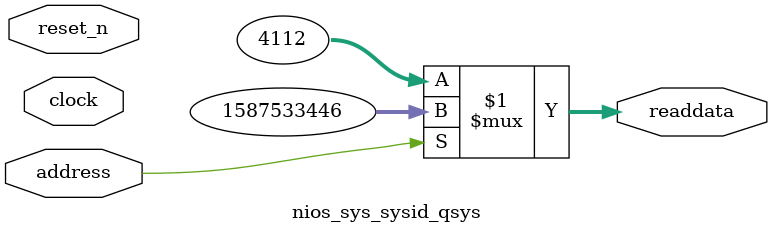
<source format=v>



// synthesis translate_off
`timescale 1ns / 1ps
// synthesis translate_on

// turn off superfluous verilog processor warnings 
// altera message_level Level1 
// altera message_off 10034 10035 10036 10037 10230 10240 10030 

module nios_sys_sysid_qsys (
               // inputs:
                address,
                clock,
                reset_n,

               // outputs:
                readdata
             )
;

  output  [ 31: 0] readdata;
  input            address;
  input            clock;
  input            reset_n;

  wire    [ 31: 0] readdata;
  //control_slave, which is an e_avalon_slave
  assign readdata = address ? 1587533446 : 4112;

endmodule



</source>
